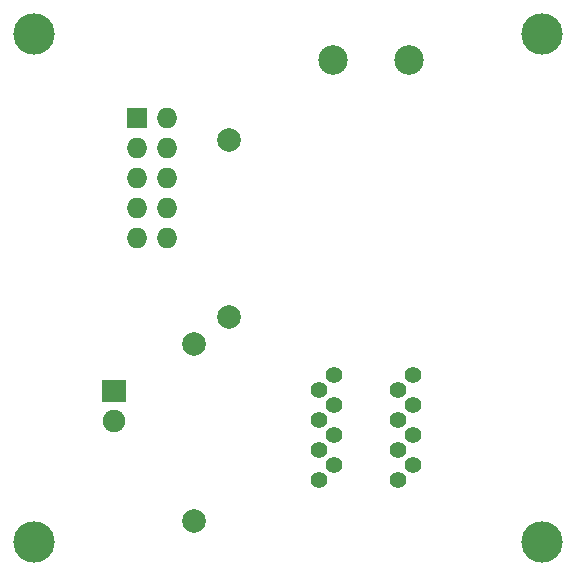
<source format=gbr>
G04 #@! TF.FileFunction,Soldermask,Bot*
%FSLAX46Y46*%
G04 Gerber Fmt 4.6, Leading zero omitted, Abs format (unit mm)*
G04 Created by KiCad (PCBNEW (2015-06-01 BZR 5694)-product) date Wed 26 Aug 2015 01:19:54 PM PDT*
%MOMM*%
G01*
G04 APERTURE LIST*
%ADD10C,0.100000*%
%ADD11C,3.500000*%
%ADD12R,2.000000X1.900000*%
%ADD13C,1.900000*%
%ADD14R,1.727200X1.727200*%
%ADD15O,1.727200X1.727200*%
%ADD16C,1.998980*%
%ADD17C,2.500000*%
%ADD18C,1.400000*%
G04 APERTURE END LIST*
D10*
D11*
X155000000Y-123000000D03*
D12*
X118750000Y-110250000D03*
D13*
X118750000Y-112790000D03*
D14*
X120650000Y-87100000D03*
D15*
X123190000Y-87100000D03*
X120650000Y-89640000D03*
X123190000Y-89640000D03*
X120650000Y-92180000D03*
X123190000Y-92180000D03*
X120650000Y-94720000D03*
X123190000Y-94720000D03*
X120650000Y-97260000D03*
X123190000Y-97260000D03*
D16*
X125500000Y-121250000D03*
X125500000Y-106250000D03*
D17*
X137250000Y-82200000D03*
X143750000Y-82200000D03*
D18*
X137400000Y-108855000D03*
X136130000Y-110125000D03*
X137400000Y-111395000D03*
X136130000Y-112665000D03*
X137400000Y-113935000D03*
X136130000Y-115205000D03*
X137400000Y-116475000D03*
X136130000Y-117745000D03*
X144070000Y-108855000D03*
X142800000Y-110125000D03*
X144070000Y-111395000D03*
X142800000Y-112665000D03*
X144070000Y-113935000D03*
X142800000Y-115205000D03*
X144070000Y-116475000D03*
X142800000Y-117745000D03*
D11*
X112000000Y-123000000D03*
X112000000Y-80000000D03*
X155000000Y-80000000D03*
D16*
X128500000Y-104000000D03*
X128500000Y-89000000D03*
M02*

</source>
